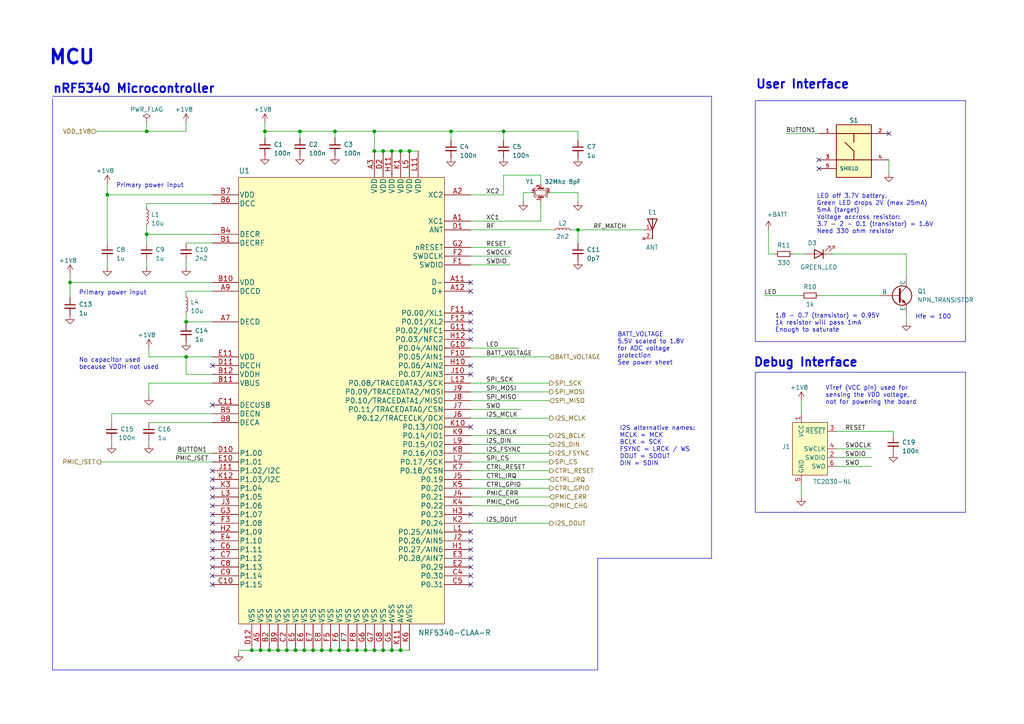
<source format=kicad_sch>
(kicad_sch (version 20231120) (generator "eeschema") (generator_version "8.0")
  (paper "A4")
  (title_block (title "Microcontroller") (date "2023-04-03") (rev "0.1") (company "Yote"))
  (lib_symbols
    (symbol "2450AT18B100E:2450AT18B100E" (pin_names (offset 1.016))
      (property "Reference" "E" (at 2.0344 0.7629 0))
      (property "Value" "2450AT18B100E" (at 2.1628 -1.0178 0))
      (symbol "2450AT18B100E_0_0"
        (polyline (pts (xy -1.397 3.175) (xy 0 3.175)) (stroke (width 0.254)))
        (polyline (pts (xy 0 0) (xy -1.397 3.175)) (stroke (width 0.254)))
        (polyline (pts (xy 0 0) (xy 0 -2.54)) (stroke (width 0.254)))
        (polyline (pts (xy 0 3.175) (xy 0 0)) (stroke (width 0.254)))
        (polyline (pts (xy 0 3.175) (xy 1.397 3.175)) (stroke (width 0.254)))
        (polyline (pts (xy 1.397 3.175) (xy 0 0)) (stroke (width 0.254)))
        (pin passive line (at -2.54 0 0) (length 2.54) (name "~") (number "1"))
        (pin no_connect line (at -2.54 -2.54 0) (length 2.54) (name "~") (number "2"))
      )
    )
    (symbol "Connector:Conn_ARM_SWD_TagConnect_TC2030-NL" (in_bom no)
      (property "Reference" "J" (at 2.54 11.43 0))
      (property "Value" "Conn_ARM_SWD_TagConnect_TC2030-NL" (at 2.54 8.89 0))
      (symbol "Conn_ARM_SWD_TagConnect_TC2030-NL_0_0"
        (pin power_in line (at -2.54 10.16 270) (length 2.54) (name "VCC") (number "1"))
        (pin bidirectional line (at 7.62 -2.54 180) (length 2.54) (name "SWDIO") (number "2"))
        (pin open_collector line (at 7.62 5.08 180) (length 2.54) (name "~{RESET}") (number "3"))
        (pin output line (at 7.62 0 180) (length 2.54) (name "SWCLK") (number "4"))
        (pin power_in line (at -2.54 -10.16 90) (length 2.54) (name "GND") (number "5"))
        (pin input line (at 7.62 -5.08 180) (length 2.54) (name "SWO") (number "6"))
      )
      (symbol "Conn_ARM_SWD_TagConnect_TC2030-NL_0_1"
        (rectangle (start -5.08 7.62) (end 5.08 -7.62) (fill (type background)))
      )
    )
    (symbol "Device:C_Small" (pin_numbers hide) (pin_names (offset 0.254) hide)
      (property "Reference" "C" (at 0.254 1.778 0))
      (property "Value" "C_Small" (at 0.254 -2.032 0))
      (symbol "C_Small_0_1"
        (polyline (pts (xy -1.524 -0.508) (xy 1.524 -0.508)) (stroke (width 0.3302)))
        (polyline (pts (xy -1.524 0.508) (xy 1.524 0.508)) (stroke (width 0.3048)))
      )
      (symbol "C_Small_1_1"
        (pin passive line (at 0 2.54 270) (length 2.032) (name "~") (number "1"))
        (pin passive line (at 0 -2.54 90) (length 2.032) (name "~") (number "2"))
      )
    )
    (symbol "Device:Crystal_GND24_Small" (pin_names (offset 1.016) hide)
      (property "Reference" "Y" (at 1.27 4.445 0))
      (property "Value" "Crystal_GND24_Small" (at 1.27 2.54 0))
      (symbol "Crystal_GND24_Small_0_1"
        (rectangle (start -0.762 -1.524) (end 0.762 1.524))
        (polyline (pts (xy -1.27 -0.762) (xy -1.27 0.762)) (stroke (width 0.381)))
        (polyline (pts (xy 1.27 -0.762) (xy 1.27 0.762)) (stroke (width 0.381)))
        (polyline (pts (xy -1.27 -1.27) (xy -1.27 -1.905) (xy 1.27 -1.905) (xy 1.27 -1.27)))
        (polyline (pts (xy -1.27 1.27) (xy -1.27 1.905) (xy 1.27 1.905) (xy 1.27 1.27)))
      )
      (symbol "Crystal_GND24_Small_1_1"
        (pin passive line (at -2.54 0 0) (length 1.27) (name "1") (number "1"))
        (pin passive line (at 0 -2.54 90) (length 0.635) (name "2") (number "2"))
        (pin passive line (at 2.54 0 180) (length 1.27) (name "3") (number "3"))
        (pin passive line (at 0 2.54 270) (length 0.635) (name "4") (number "4"))
      )
    )
    (symbol "Device:LED" (pin_numbers hide) (pin_names (offset 1.016) hide)
      (property "Reference" "D" (at 0 2.54 0))
      (property "Value" "LED" (at 0 -2.54 0))
      (symbol "LED_0_1"
        (polyline (pts (xy -1.27 -1.27) (xy -1.27 1.27)) (stroke (width 0.254)))
        (polyline (pts (xy -1.27 0) (xy 1.27 0)))
        (polyline (pts (xy 1.27 -1.27) (xy 1.27 1.27) (xy -1.27 0) (xy 1.27 -1.27)) (stroke (width 0.254)))
        (polyline (pts (xy -3.048 -0.762) (xy -4.572 -2.286) (xy -3.81 -2.286) (xy -4.572 -2.286) (xy -4.572 -1.524)))
        (polyline (pts (xy -1.778 -0.762) (xy -3.302 -2.286) (xy -2.54 -2.286) (xy -3.302 -2.286) (xy -3.302 -1.524)))
      )
      (symbol "LED_1_1"
        (pin passive line (at -3.81 0 0) (length 2.54) (name "K") (number "1"))
        (pin passive line (at 3.81 0 180) (length 2.54) (name "A") (number "2"))
      )
    )
    (symbol "Device:L_Small" (pin_numbers hide) (pin_names (offset 0.254) hide)
      (property "Reference" "L" (at 0.762 1.016 0))
      (property "Value" "L_Small" (at 0.762 -1.016 0))
      (symbol "L_Small_0_1"
        (arc (start 0 -2.032) (mid 0.5058 -1.524) (end 0 -1.016))
        (arc (start 0 -1.016) (mid 0.5058 -0.508) (end 0 0))
        (arc (start 0 0) (mid 0.5058 0.508) (end 0 1.016))
        (arc (start 0 1.016) (mid 0.5058 1.524) (end 0 2.032))
      )
      (symbol "L_Small_1_1"
        (pin passive line (at 0 2.54 270) (length 0.508) (name "~") (number "1"))
        (pin passive line (at 0 -2.54 90) (length 0.508) (name "~") (number "2"))
      )
    )
    (symbol "Device:R_Small" (pin_numbers hide) (pin_names (offset 0.254) hide)
      (property "Reference" "R" (at 0.762 0.508 0))
      (property "Value" "R_Small" (at 0.762 -1.016 0))
      (symbol "R_Small_0_1"
        (rectangle (start -0.762 1.778) (end 0.762 -1.778) (stroke (width 0.2032)))
      )
      (symbol "R_Small_1_1"
        (pin passive line (at 0 2.54 270) (length 0.762) (name "~") (number "1"))
        (pin passive line (at 0 -2.54 90) (length 0.762) (name "~") (number "2"))
      )
    )
    (symbol "MCU_Nordic_Custom:NRF5340-CLAA-R" (pin_names (offset 0.254))
      (property "Reference" "U" (at -29.21 66.04 0))
      (property "Value" "NRF5340-CLAA-R" (at 33.02 -69.85 0))
      (symbol "NRF5340-CLAA-R_1_1"
        (rectangle (start -30.48 63.5) (end 29.21 -66.04) (fill (type background)))
        (pin input line (at 36.83 50.8 180) (length 7.62) (name "XC1") (number "A1"))
        (pin bidirectional line (at 36.83 33.02 180) (length 7.62) (name "D-") (number "A11"))
        (pin bidirectional line (at 36.83 30.48 180) (length 7.62) (name "D+") (number "A12"))
        (pin input line (at 36.83 58.42 180) (length 7.62) (name "XC2") (number "A2"))
        (pin power_in line (at 8.89 71.12 270) (length 7.62) (name "VDD") (number "A3"))
        (pin power_in line (at -24.13 -73.66 90) (length 7.62) (name "VSS") (number "A5"))
        (pin power_out line (at -38.1 21.59 0) (length 7.62) (name "DECD") (number "A7"))
        (pin power_out line (at -38.1 30.48 0) (length 7.62) (name "DCCD") (number "A9"))
        (pin power_out line (at -38.1 44.45 0) (length 7.62) (name "DECRF") (number "B1"))
        (pin power_in line (at -38.1 33.02 0) (length 7.62) (name "VDD") (number "B10"))
        (pin power_in line (at -38.1 3.81 0) (length 7.62) (name "VBUS") (number "B11"))
        (pin power_in line (at -38.1 6.35 0) (length 7.62) (name "VDDH") (number "B12"))
        (pin power_in line (at -21.59 -73.66 90) (length 7.62) (name "VSS") (number "B2"))
        (pin power_out line (at -38.1 46.99 0) (length 7.62) (name "DECR") (number "B4"))
        (pin power_out line (at -38.1 -5.08 0) (length 7.62) (name "DECN") (number "B5"))
        (pin power_out line (at -38.1 55.88 0) (length 7.62) (name "DCC") (number "B6"))
        (pin power_in line (at -38.1 58.42 0) (length 7.62) (name "VDD") (number "B7"))
        (pin power_out line (at -38.1 -7.62 0) (length 7.62) (name "DECA") (number "B8"))
        (pin power_in line (at -19.05 -73.66 90) (length 7.62) (name "VSS") (number "B9"))
        (pin bidirectional line (at -38.1 -54.61 0) (length 7.62) (name "P1.15") (number "C10"))
        (pin power_out line (at -38.1 -2.54 0) (length 7.62) (name "DECUSB") (number "C11"))
        (pin power_in line (at -16.51 -73.66 90) (length 7.62) (name "VSS") (number "C2"))
        (pin bidirectional line (at 36.83 -52.07 180) (length 7.62) (name "P0.30") (number "C4"))
        (pin bidirectional line (at 36.83 -54.61 180) (length 7.62) (name "P0.31") (number "C5"))
        (pin bidirectional line (at -38.1 -44.45 0) (length 7.62) (name "P1.11") (number "C6"))
        (pin bidirectional line (at -38.1 -46.99 0) (length 7.62) (name "P1.12") (number "C7"))
        (pin bidirectional line (at -38.1 -49.53 0) (length 7.62) (name "P1.13") (number "C8"))
        (pin bidirectional line (at -38.1 -52.07 0) (length 7.62) (name "P1.14") (number "C9"))
        (pin passive line (at 36.83 48.26 180) (length 7.62) (name "ANT") (number "D1"))
        (pin bidirectional line (at -38.1 -16.51 0) (length 7.62) (name "P1.00") (number "D10"))
        (pin power_out line (at -38.1 8.89 0) (length 7.62) (name "DCCH") (number "D11"))
        (pin power_in line (at -26.67 -73.66 90) (length 7.62) (name "VSS") (number "D12"))
        (pin power_in line (at 11.43 71.12 270) (length 7.62) (name "VDD") (number "D2"))
        (pin bidirectional line (at -38.1 -19.05 0) (length 7.62) (name "P1.01") (number "E10"))
        (pin power_in line (at -38.1 11.43 0) (length 7.62) (name "VDD") (number "E11"))
        (pin bidirectional line (at 36.83 -49.53 180) (length 7.62) (name "P0.29") (number "E2"))
        (pin bidirectional line (at 36.83 -46.99 180) (length 7.62) (name "P0.28/AIN7") (number "E3"))
        (pin bidirectional line (at -38.1 -41.91 0) (length 7.62) (name "P1.10") (number "E4"))
        (pin power_in line (at -13.97 -73.66 90) (length 7.62) (name "VSS") (number "E5"))
        (pin power_in line (at -11.43 -73.66 90) (length 7.62) (name "VSS") (number "E6"))
        (pin power_in line (at -8.89 -73.66 90) (length 7.62) (name "VSS") (number "E7"))
        (pin power_in line (at -6.35 -73.66 90) (length 7.62) (name "VSS") (number "E8"))
        (pin bidirectional line (at 36.83 38.1 180) (length 7.62) (name "SWDIO") (number "F1"))
        (pin bidirectional line (at 36.83 11.43 180) (length 7.62) (name "P0.05/AIN1") (number "F10"))
        (pin bidirectional line (at 36.83 24.13 180) (length 7.62) (name "P0.00/XL1") (number "F11"))
        (pin bidirectional line (at 36.83 21.59 180) (length 7.62) (name "P0.01/XL2") (number "F12"))
        (pin input line (at 36.83 40.64 180) (length 7.62) (name "SWDCLK") (number "F2"))
        (pin bidirectional line (at -38.1 -36.83 0) (length 7.62) (name "P1.08") (number "F3"))
        (pin power_in line (at -3.81 -73.66 90) (length 7.62) (name "VSS") (number "F5"))
        (pin power_in line (at -1.27 -73.66 90) (length 7.62) (name "VSS") (number "F6"))
        (pin power_in line (at 1.27 -73.66 90) (length 7.62) (name "VSS") (number "F7"))
        (pin power_in line (at 3.81 -73.66 90) (length 7.62) (name "VSS") (number "F8"))
        (pin bidirectional line (at 36.83 13.97 180) (length 7.62) (name "P0.04/AIN0") (number "G10"))
        (pin bidirectional line (at 36.83 19.05 180) (length 7.62) (name "P0.02/NFC1") (number "G11"))
        (pin bidirectional line (at 36.83 43.18 180) (length 7.62) (name "nRESET") (number "G2"))
        (pin bidirectional line (at -38.1 -34.29 0) (length 7.62) (name "P1.07") (number "G3"))
        (pin power_in line (at 13.97 -73.66 90) (length 7.62) (name "AVSS") (number "G5"))
        (pin power_in line (at 6.35 -73.66 90) (length 7.62) (name "VSS") (number "G6"))
        (pin power_in line (at 8.89 -73.66 90) (length 7.62) (name "VSS") (number "G7"))
        (pin power_in line (at 11.43 -73.66 90) (length 7.62) (name "VSS") (number "G8"))
        (pin bidirectional line (at 36.83 -44.45 180) (length 7.62) (name "P0.27/AIN6") (number "H1"))
        (pin bidirectional line (at 36.83 8.89 180) (length 7.62) (name "P0.06/AIN2") (number "H10"))
        (pin power_in line (at 13.97 71.12 270) (length 7.62) (name "VDD") (number "H11"))
        (pin bidirectional line (at 36.83 16.51 180) (length 7.62) (name "P0.03/NFC2") (number "H12"))
        (pin bidirectional line (at -38.1 -39.37 0) (length 7.62) (name "P1.09") (number "H2"))
        (pin bidirectional line (at 36.83 -34.29 180) (length 7.62) (name "P0.23") (number "H3"))
        (pin bidirectional line (at 36.83 6.35 180) (length 7.62) (name "P0.07/AIN3") (number "J10"))
        (pin bidirectional line (at -38.1 -21.59 0) (length 7.62) (name "P1.02/I2C") (number "J11"))
        (pin bidirectional line (at 36.83 -41.91 180) (length 7.62) (name "P0.26/AIN5") (number "J2"))
        (pin bidirectional line (at -38.1 -31.75 0) (length 7.62) (name "P1.06") (number "J3"))
        (pin bidirectional line (at 36.83 -29.21 180) (length 7.62) (name "P0.21") (number "J4"))
        (pin bidirectional line (at 36.83 -24.13 180) (length 7.62) (name "P0.19") (number "J5"))
        (pin bidirectional line (at 36.83 -6.35 180) (length 7.62) (name "P0.12/TRACECLK/DCX") (number "J6"))
        (pin bidirectional line (at 36.83 -3.81 180) (length 7.62) (name "P0.11/TRACEDATA0/CSN") (number "J7"))
        (pin bidirectional line (at 36.83 -1.27 180) (length 7.62) (name "P0.10/TRACEDATA1/MISO") (number "J8"))
        (pin bidirectional line (at 36.83 1.27 180) (length 7.62) (name "P0.09/TRACEDATA2/MOSI") (number "J9"))
        (pin power_in line (at 16.51 71.12 270) (length 7.62) (name "VDD") (number "K1"))
        (pin bidirectional line (at 36.83 -8.89 180) (length 7.62) (name "P0.13/IO0") (number "K10"))
        (pin power_in line (at 16.51 -73.66 90) (length 7.62) (name "AVSS") (number "K11"))
        (pin bidirectional line (at -38.1 -24.13 0) (length 7.62) (name "P1.03/I2C") (number "K12"))
        (pin bidirectional line (at 36.83 -36.83 180) (length 7.62) (name "P0.24") (number "K2"))
        (pin bidirectional line (at -38.1 -26.67 0) (length 7.62) (name "P1.04") (number "K3"))
        (pin bidirectional line (at 36.83 -31.75 180) (length 7.62) (name "P0.22") (number "K4"))
        (pin bidirectional line (at 36.83 -26.67 180) (length 7.62) (name "P0.20") (number "K5"))
        (pin power_in line (at 19.05 -73.66 90) (length 7.62) (name "AVSS") (number "K6"))
        (pin bidirectional line (at 36.83 -21.59 180) (length 7.62) (name "P0.18/CSN") (number "K7"))
        (pin bidirectional line (at 36.83 -16.51 180) (length 7.62) (name "P0.16/IO3") (number "K8"))
        (pin bidirectional line (at 36.83 -11.43 180) (length 7.62) (name "P0.14/IO1") (number "K9"))
        (pin bidirectional line (at 36.83 -39.37 180) (length 7.62) (name "P0.25/AIN4") (number "L1"))
        (pin power_in line (at 21.59 71.12 270) (length 7.62) (name "VDD") (number "L11"))
        (pin bidirectional line (at 36.83 3.81 180) (length 7.62) (name "P0.08/TRACEDATA3/SCK") (number "L12"))
        (pin bidirectional line (at -38.1 -29.21 0) (length 7.62) (name "P1.05") (number "L3"))
        (pin power_in line (at 19.05 71.12 270) (length 7.62) (name "VDD") (number "L5"))
        (pin bidirectional line (at 36.83 -19.05 180) (length 7.62) (name "P0.17/SCK") (number "L7"))
        (pin bidirectional line (at 36.83 -13.97 180) (length 7.62) (name "P0.15/IO2") (number "L9"))
      )
    )
    (symbol "Simulation_SPICE:NPN" (pin_numbers hide) (pin_names (offset 0))
      (property "Reference" "Q" (at -2.54 7.62 0))
      (property "Value" "NPN" (at -2.54 5.08 0))
      (symbol "NPN_0_1"
        (polyline (pts (xy -2.54 0) (xy 0.635 0)) (stroke (width 0.1524)))
        (polyline (pts (xy 0.635 0.635) (xy 2.54 2.54)))
        (polyline (pts (xy 2.794 -1.27) (xy 2.794 -1.27)) (stroke (width 0.1524)))
        (polyline (pts (xy 2.794 -1.27) (xy 2.794 -1.27)) (stroke (width 0.1524)))
        (polyline (pts (xy 0.635 -0.635) (xy 2.54 -2.54) (xy 2.54 -2.54)))
        (polyline (pts (xy 0.635 1.905) (xy 0.635 -1.905) (xy 0.635 -1.905)) (stroke (width 0.508)))
        (polyline (pts (xy 1.27 -1.778) (xy 1.778 -1.27) (xy 2.286 -2.286) (xy 1.27 -1.778) (xy 1.27 -1.778)) (fill (type outline)))
        (circle (center 1.27 0) (radius 2.8194) (stroke (width 0.254)))
      )
      (symbol "NPN_1_1"
        (pin open_collector line (at 2.54 5.08 270) (length 2.54) (name "C") (number "1"))
        (pin input line (at -5.08 0 0) (length 2.54) (name "B") (number "2"))
        (pin open_emitter line (at 2.54 -5.08 90) (length 2.54) (name "E") (number "3"))
      )
    )
    (symbol "Switch_Custom:PTS840_GM_SMTR_LFS" (pin_names (offset 1.016))
      (property "Reference" "S" (at -5.0859 8.1375 0))
      (property "Value" "PTS840_GM_SMTR_LFS" (at -5.1026 -10.2053 0))
      (symbol "PTS840_GM_SMTR_LFS_0_0"
        (rectangle (start -5.08 -7.62) (end 5.08 7.62) (stroke (width 0.254)) (fill (type background)))
        (polyline (pts (xy -5.08 -2.54) (xy 0 -2.54)) (stroke (width 0.254)))
        (polyline (pts (xy -5.08 5.08) (xy 0 5.08)) (stroke (width 0.254)))
        (polyline (pts (xy 0 -2.54) (xy 0 0)) (stroke (width 0.254)))
        (polyline (pts (xy 0 -2.54) (xy 5.08 -2.54)) (stroke (width 0.254)))
        (polyline (pts (xy 0 0) (xy -2.54 2.54)) (stroke (width 0.254)))
        (polyline (pts (xy 0 5.08) (xy 0 2.54)) (stroke (width 0.254)))
        (polyline (pts (xy 0 5.08) (xy 5.08 5.08)) (stroke (width 0.254)))
        (pin passive line (at -10.16 5.08 0) (length 5.08) (name "~") (number "1"))
        (pin passive line (at 10.16 5.08 180) (length 5.08) (name "~") (number "2"))
        (pin passive line (at -10.16 -2.54 0) (length 5.08) (name "~") (number "3"))
        (pin passive line (at 10.16 -2.54 180) (length 5.08) (name "~") (number "4"))
        (pin passive line (at -10.16 -5.08 0) (length 5.08) (name "SHIELD") (number "5"))
      )
    )
    (symbol "power:+1V8" (power) (pin_names (offset 0))
      (property "Value" "+1V8" (at 0 3.556 0))
      (symbol "+1V8_0_1"
        (polyline (pts (xy -0.762 1.27) (xy 0 2.54)))
        (polyline (pts (xy 0 0) (xy 0 2.54)))
        (polyline (pts (xy 0 2.54) (xy 0.762 1.27)))
      )
      (symbol "+1V8_1_1"
        (pin power_in line (at 0 0 90) (length 0) hide (name "+1V8") (number "1"))
      )
    )
    (symbol "power:+BATT" (power) (pin_names (offset 0))
      (property "Value" "+BATT" (at 0 3.556 0))
      (symbol "+BATT_0_1"
        (polyline (pts (xy -0.762 1.27) (xy 0 2.54)))
        (polyline (pts (xy 0 0) (xy 0 2.54)))
        (polyline (pts (xy 0 2.54) (xy 0.762 1.27)))
      )
      (symbol "+BATT_1_1"
        (pin power_in line (at 0 0 90) (length 0) hide (name "+BATT") (number "1"))
      )
    )
    (symbol "power:GND" (power) (pin_names (offset 0))
      (property "Value" "GND" (at 0 -3.81 0))
      (symbol "GND_0_1"
        (polyline (pts (xy 0 0) (xy 0 -1.27) (xy 1.27 -1.27) (xy 0 -2.54) (xy -1.27 -1.27) (xy 0 -1.27)))
      )
      (symbol "GND_1_1"
        (pin power_in line (at 0 0 270) (length 0) hide (name "GND") (number "1"))
      )
    )
    (symbol "power:PWR_FLAG" (power) (pin_numbers hide) (pin_names (offset 0) hide)
      (property "Value" "PWR_FLAG" (at 0 3.81 0))
      (symbol "PWR_FLAG_0_0"
        (pin power_out line (at 0 0 90) (length 0) (name "pwr") (number "1"))
      )
      (symbol "PWR_FLAG_0_1"
        (polyline (pts (xy 0 0) (xy 0 1.27) (xy -1.016 1.905) (xy 0 2.54) (xy 1.016 1.905) (xy 0 1.27)))
      )
    )
  )
  (junction (at 108.585 38.1))
  (junction (at 118.745 43.815))
  (junction (at 97.155 38.1))
  (junction (at 42.545 67.945))
  (junction (at 111.125 188.595))
  (junction (at 116.205 43.815))
  (junction (at 53.975 93.345))
  (junction (at 76.835 38.1))
  (junction (at 130.81 38.1))
  (junction (at 111.125 43.815))
  (junction (at 80.645 188.595))
  (junction (at 100.965 188.595))
  (junction (at 98.425 188.595))
  (junction (at 103.505 188.595))
  (junction (at 113.665 43.815))
  (junction (at 108.585 188.595))
  (junction (at 113.665 188.595))
  (junction (at 86.995 38.1))
  (junction (at 85.725 188.595))
  (junction (at 95.885 188.595))
  (junction (at 88.265 188.595))
  (junction (at 93.345 188.595))
  (junction (at 106.045 188.595))
  (junction (at 78.105 188.595))
  (junction (at 116.205 188.595))
  (junction (at 73.025 188.595))
  (junction (at 53.975 103.505))
  (junction (at 90.805 188.595))
  (junction (at 83.185 188.595))
  (junction (at 167.64 66.675))
  (junction (at 42.545 38.1))
  (junction (at 31.115 56.515))
  (junction (at 146.05 38.1))
  (junction (at 75.565 188.595))
  (junction (at 20.32 81.915))
  (junction (at 108.585 43.815))
  (no_connect (at 61.595 106.045))
  (no_connect (at 136.525 169.545))
  (no_connect (at 237.49 46.355))
  (no_connect (at 257.81 38.735))
  (no_connect (at 136.525 154.305))
  (no_connect (at 61.595 149.225))
  (no_connect (at 61.595 159.385))
  (no_connect (at 136.525 167.005))
  (no_connect (at 61.595 146.685))
  (no_connect (at 136.525 108.585))
  (no_connect (at 61.595 167.005))
  (no_connect (at 136.525 164.465))
  (no_connect (at 61.595 117.475))
  (no_connect (at 61.595 136.525))
  (no_connect (at 61.595 141.605))
  (no_connect (at 136.525 106.045))
  (no_connect (at 136.525 123.825))
  (no_connect (at 61.595 161.925))
  (no_connect (at 61.595 169.545))
  (no_connect (at 136.525 95.885))
  (no_connect (at 61.595 164.465))
  (no_connect (at 136.525 98.425))
  (no_connect (at 136.525 81.915))
  (no_connect (at 136.525 156.845))
  (no_connect (at 136.525 90.805))
  (no_connect (at 61.595 144.145))
  (no_connect (at 61.595 156.845))
  (no_connect (at 136.525 149.225))
  (no_connect (at 136.525 84.455))
  (no_connect (at 136.525 159.385))
  (no_connect (at 61.595 139.065))
  (no_connect (at 136.525 161.925))
  (no_connect (at 136.525 93.345))
  (no_connect (at 237.49 48.895))
  (no_connect (at 61.595 154.305))
  (no_connect (at 61.595 151.765))
  (wire (pts (xy 136.525 126.365) (xy 159.385 126.365)))
  (wire (pts (xy 167.64 40.64) (xy 167.64 38.1)))
  (wire (pts (xy 237.49 85.725) (xy 255.27 85.725)))
  (wire (pts (xy 61.595 108.585) (xy 53.975 108.585)))
  (wire (pts (xy 146.05 38.1) (xy 167.64 38.1)))
  (polyline (pts (xy 206.375 145.415) (xy 206.375 27.94)))
  (wire (pts (xy 53.975 70.485) (xy 61.595 70.485)))
  (wire (pts (xy 97.155 38.1) (xy 108.585 38.1)))
  (wire (pts (xy 156.845 50.8) (xy 156.845 53.34)))
  (wire (pts (xy 106.045 188.595) (xy 108.585 188.595)))
  (wire (pts (xy 118.745 43.815) (xy 121.285 43.815)))
  (wire (pts (xy 43.18 122.555) (xy 61.595 122.555)))
  (wire (pts (xy 136.525 139.065) (xy 159.385 139.065)))
  (wire (pts (xy 20.32 79.375) (xy 20.32 81.915)))
  (wire (pts (xy 53.975 84.455) (xy 53.975 85.725)))
  (wire (pts (xy 222.885 66.675) (xy 222.885 73.66)))
  (wire (pts (xy 242.57 130.175) (xy 252.73 130.175)))
  (wire (pts (xy 61.595 84.455) (xy 53.975 84.455)))
  (wire (pts (xy 136.525 151.765) (xy 159.385 151.765)))
  (polyline (pts (xy 219.075 107.95) (xy 219.075 148.59)))
  (wire (pts (xy 20.32 81.915) (xy 20.32 86.36)))
  (wire (pts (xy 29.21 133.985) (xy 61.595 133.985)))
  (wire (pts (xy 95.885 188.595) (xy 98.425 188.595)))
  (wire (pts (xy 146.05 38.1) (xy 146.05 40.64)))
  (wire (pts (xy 136.525 128.905) (xy 159.385 128.905)))
  (wire (pts (xy 76.835 40.005) (xy 76.835 38.1)))
  (wire (pts (xy 227.965 38.735) (xy 237.49 38.735)))
  (wire (pts (xy 136.525 121.285) (xy 159.385 121.285)))
  (polyline (pts (xy 280.035 107.95) (xy 280.035 148.59)))
  (wire (pts (xy 53.975 35.56) (xy 53.975 38.1)))
  (polyline (pts (xy 206.375 161.925) (xy 206.375 145.415)))
  (wire (pts (xy 73.025 188.595) (xy 75.565 188.595)))
  (wire (pts (xy 136.525 74.295) (xy 147.955 74.295)))
  (polyline (pts (xy 219.075 29.21) (xy 280.035 29.21)))
  (wire (pts (xy 75.565 188.595) (xy 78.105 188.595)))
  (wire (pts (xy 136.525 144.145) (xy 159.385 144.145)))
  (polyline (pts (xy 219.075 29.21) (xy 219.075 99.06)))
  (wire (pts (xy 136.525 136.525) (xy 159.385 136.525)))
  (wire (pts (xy 73.025 188.595) (xy 69.215 188.595)))
  (wire (pts (xy 136.525 141.605) (xy 159.385 141.605)))
  (polyline (pts (xy 280.035 148.59) (xy 219.075 148.59)))
  (wire (pts (xy 43.18 111.125) (xy 43.18 114.935)))
  (wire (pts (xy 262.89 90.805) (xy 262.89 93.345)))
  (wire (pts (xy 61.595 120.015) (xy 32.385 120.015)))
  (wire (pts (xy 108.585 38.1) (xy 108.585 43.815)))
  (wire (pts (xy 136.525 118.745) (xy 151.13 118.745)))
  (wire (pts (xy 51.435 131.445) (xy 61.595 131.445)))
  (wire (pts (xy 31.115 75.565) (xy 31.115 77.47)))
  (wire (pts (xy 136.525 100.965) (xy 150.495 100.965)))
  (wire (pts (xy 42.545 35.56) (xy 42.545 38.1)))
  (wire (pts (xy 229.87 73.66) (xy 233.68 73.66)))
  (wire (pts (xy 241.3 73.66) (xy 262.89 73.66)))
  (wire (pts (xy 80.645 188.595) (xy 83.185 188.595)))
  (wire (pts (xy 257.81 46.355) (xy 257.81 50.165)))
  (wire (pts (xy 113.665 188.595) (xy 116.205 188.595)))
  (wire (pts (xy 146.05 56.515) (xy 146.05 50.8)))
  (wire (pts (xy 27.94 38.1) (xy 42.545 38.1)))
  (wire (pts (xy 31.115 56.515) (xy 31.115 70.485)))
  (wire (pts (xy 53.975 108.585) (xy 53.975 103.505)))
  (wire (pts (xy 98.425 188.595) (xy 100.965 188.595)))
  (wire (pts (xy 97.155 38.1) (xy 97.155 40.005)))
  (polyline (pts (xy 15.24 28.575) (xy 15.24 194.31)))
  (wire (pts (xy 61.595 103.505) (xy 53.975 103.505)))
  (wire (pts (xy 61.595 111.125) (xy 43.18 111.125)))
  (polyline (pts (xy 219.075 107.95) (xy 280.035 107.95)))
  (wire (pts (xy 42.545 67.945) (xy 61.595 67.945)))
  (wire (pts (xy 136.525 76.835) (xy 147.955 76.835)))
  (wire (pts (xy 116.205 43.815) (xy 118.745 43.815)))
  (wire (pts (xy 53.975 38.1) (xy 42.545 38.1)))
  (wire (pts (xy 86.995 38.1) (xy 86.995 40.005)))
  (polyline (pts (xy 196.85 161.925) (xy 206.375 161.925)))
  (wire (pts (xy 130.81 38.1) (xy 146.05 38.1)))
  (wire (pts (xy 97.155 38.1) (xy 86.995 38.1)))
  (wire (pts (xy 151.765 55.88) (xy 151.765 58.42)))
  (wire (pts (xy 78.105 188.595) (xy 80.645 188.595)))
  (wire (pts (xy 85.725 188.595) (xy 88.265 188.595)))
  (wire (pts (xy 42.545 65.405) (xy 42.545 67.945)))
  (wire (pts (xy 146.05 50.8) (xy 156.845 50.8)))
  (wire (pts (xy 111.125 188.595) (xy 113.665 188.595)))
  (polyline (pts (xy 173.355 161.925) (xy 196.85 161.925)))
  (polyline (pts (xy 173.355 194.31) (xy 173.355 161.925)))
  (wire (pts (xy 136.525 56.515) (xy 146.05 56.515)))
  (wire (pts (xy 42.545 75.565) (xy 42.545 77.47)))
  (wire (pts (xy 76.835 35.56) (xy 76.835 38.1)))
  (wire (pts (xy 116.205 188.595) (xy 118.745 188.595)))
  (wire (pts (xy 136.525 103.505) (xy 159.385 103.505)))
  (wire (pts (xy 61.595 81.915) (xy 20.32 81.915)))
  (wire (pts (xy 167.64 55.88) (xy 167.64 58.42)))
  (wire (pts (xy 93.345 188.595) (xy 95.885 188.595)))
  (wire (pts (xy 69.215 188.595) (xy 69.215 189.23)))
  (wire (pts (xy 136.525 131.445) (xy 159.385 131.445)))
  (wire (pts (xy 136.525 133.985) (xy 159.385 133.985)))
  (wire (pts (xy 53.975 75.565) (xy 53.975 77.47)))
  (wire (pts (xy 232.41 140.335) (xy 232.41 144.145)))
  (wire (pts (xy 32.385 120.015) (xy 32.385 122.555)))
  (wire (pts (xy 167.64 66.675) (xy 165.735 66.675)))
  (wire (pts (xy 108.585 43.815) (xy 111.125 43.815)))
  (wire (pts (xy 53.975 90.805) (xy 53.975 93.345)))
  (wire (pts (xy 167.64 70.485) (xy 167.64 66.675)))
  (wire (pts (xy 103.505 188.595) (xy 106.045 188.595)))
  (wire (pts (xy 43.18 128.905) (xy 43.18 127.635)))
  (wire (pts (xy 53.975 93.98) (xy 53.975 93.345)))
  (wire (pts (xy 156.845 58.42) (xy 156.845 64.135)))
  (wire (pts (xy 32.385 128.905) (xy 32.385 127.635)))
  (wire (pts (xy 42.545 67.945) (xy 42.545 70.485)))
  (wire (pts (xy 88.265 188.595) (xy 90.805 188.595)))
  (wire (pts (xy 61.595 93.345) (xy 53.975 93.345)))
  (wire (pts (xy 111.125 43.815) (xy 113.665 43.815)))
  (wire (pts (xy 136.525 66.675) (xy 160.655 66.675)))
  (wire (pts (xy 242.57 125.095) (xy 259.08 125.095)))
  (wire (pts (xy 159.385 55.88) (xy 167.64 55.88)))
  (wire (pts (xy 262.89 73.66) (xy 262.89 80.645)))
  (polyline (pts (xy 280.035 99.06) (xy 219.075 99.06)))
  (polyline (pts (xy 280.035 29.21) (xy 280.035 99.06)))
  (wire (pts (xy 130.81 38.1) (xy 130.81 40.64)))
  (wire (pts (xy 90.805 188.595) (xy 93.345 188.595)))
  (wire (pts (xy 61.595 56.515) (xy 31.115 56.515)))
  (wire (pts (xy 136.525 116.205) (xy 159.385 116.205)))
  (wire (pts (xy 232.41 120.015) (xy 232.41 116.205)))
  (wire (pts (xy 83.185 188.595) (xy 85.725 188.595)))
  (wire (pts (xy 76.835 38.1) (xy 86.995 38.1)))
  (wire (pts (xy 154.305 55.88) (xy 151.765 55.88)))
  (wire (pts (xy 108.585 38.1) (xy 130.81 38.1)))
  (wire (pts (xy 108.585 188.595) (xy 111.125 188.595)))
  (wire (pts (xy 259.08 125.095) (xy 259.08 126.365)))
  (wire (pts (xy 221.615 85.725) (xy 232.41 85.725)))
  (wire (pts (xy 61.595 59.055) (xy 42.545 59.055)))
  (wire (pts (xy 167.64 66.675) (xy 186.69 66.675)))
  (wire (pts (xy 136.525 111.125) (xy 159.385 111.125)))
  (wire (pts (xy 136.525 64.135) (xy 156.845 64.135)))
  (wire (pts (xy 136.525 71.755) (xy 147.955 71.755)))
  (wire (pts (xy 136.525 113.665) (xy 159.385 113.665)))
  (wire (pts (xy 113.665 43.815) (xy 116.205 43.815)))
  (wire (pts (xy 31.115 53.34) (xy 31.115 56.515)))
  (wire (pts (xy 42.545 59.055) (xy 42.545 60.325)))
  (wire (pts (xy 242.57 135.255) (xy 252.73 135.255)))
  (wire (pts (xy 53.975 103.505) (xy 43.18 103.505)))
  (wire (pts (xy 100.965 188.595) (xy 103.505 188.595)))
  (wire (pts (xy 136.525 146.685) (xy 159.385 146.685)))
  (wire (pts (xy 43.18 100.965) (xy 43.18 103.505)))
  (wire (pts (xy 242.57 132.715) (xy 252.73 132.715)))
  (polyline (pts (xy 15.24 194.31) (xy 173.355 194.31)))
  (polyline (pts (xy 15.24 27.94) (xy 206.375 27.94)))
  (wire (pts (xy 222.885 73.66) (xy 224.79 73.66)))
  (text "LED off 3.7V battery.\nGreen LED drops 2V (max 25mA) \n5mA (target)\nVoltage accross resistor:\n3.7 - 2 - 0.1 (transistor) = 1.6V\nNeed 330 ohm resistor" (at 236.855 67.945 0) (effects (font (size 1.27 1.27)) (justify left bottom)))
  (text "BATT_VOLTAGE\n5.5V scaled to 1.8V \nfor ADC voltage \nprotection\nSee power sheet" (at 179.07 106.045 0) (effects (font (size 1.27 1.27)) (justify left bottom)))
  (text "VTref (VCC pin) used for \nsensing the VDD voltage, \nnot for powering the board" (at 239.395 117.475 0) (effects (font (size 1.27 1.27)) (justify left bottom)))
  (text "1.8 - 0.7 (transistor) = 0.95V\n1k resistor will pass 1mA\nEnough to saturate" (at 224.79 96.52 0) (effects (font (size 1.27 1.27)) (justify left bottom)))
  (text "I2S alternative names:\nMCLK = MCK\nBCLK = SCK\nFSYNC = LRCK / WS\nDOUT = SDOUT\nDIN = SDIN" (at 179.705 135.255 0) (effects (font (size 1.27 1.27)) (justify left bottom)))
  (text "No capacitor used\nbecause VDDH not used" (at 22.86 107.315 0) (effects (font (size 1.27 1.27)) (justify left bottom)))
  (text "MCU" (at 13.97 19.05 0) (effects (font (size 4 4) (thickness 0.8) (bold yes)) (justify left bottom)))
  (text "Debug Interface" (at 218.44 106.68 0) (effects (font (size 2.5 2.5) (thickness 0.5) (bold yes)) (justify left bottom)))
  (text "Primary power input" (at 33.655 54.61 0) (effects (font (size 1.27 1.27)) (justify left bottom)))
  (text "Primary power input" (at 22.86 85.725 0) (effects (font (size 1.27 1.27)) (justify left bottom)))
  (text "Hfe = 100" (at 265.43 92.71 0) (effects (font (size 1.27 1.27)) (justify left bottom)))
  (text "User Interface" (at 219.075 26.035 0) (effects (font (size 2.5 2.5) (thickness 0.5) (bold yes)) (justify left bottom)))
  (text "nRF5340 Microcontroller" (at 15.24 27.305 0) (effects (font (size 2.5 2.5) (thickness 0.5) (bold yes)) (justify left bottom)))
  (label "RESET" (at 245.11 125.095 0))
  (label "PMIC_CHG" (at 140.97 146.685 0))
  (label "I2S_BCLK" (at 140.97 126.365 0))
  (label "SPI_SCK" (at 140.97 111.125 0))
  (label "SWO" (at 140.97 118.745 0))
  (label "SWDIO" (at 140.97 76.835 0))
  (label "CTRL_IRQ" (at 140.97 139.065 0))
  (label "CTRL_RESET" (at 140.97 136.525 0))
  (label "SWDCLK" (at 140.97 74.295 0))
  (label "RF" (at 140.97 66.675 0))
  (label "CTRL_GPIO" (at 140.97 141.605 0))
  (label "XC2" (at 140.97 56.515 0))
  (label "SWDIO" (at 245.11 132.715 0))
  (label "SPI_MOSI" (at 140.97 113.665 0))
  (label "I2S_DOUT" (at 140.97 151.765 0))
  (label "XC1" (at 140.97 64.135 0))
  (label "I2S_MCLK" (at 140.97 121.285 0))
  (label "RF_MATCH" (at 172.085 66.675 0))
  (label "LED" (at 140.97 100.965 0))
  (label "PMIC_ISET" (at 50.8 133.985 0))
  (label "RESET" (at 140.97 71.755 0))
  (label "I2S_DIN" (at 140.97 128.905 0))
  (label "SPI_MISO" (at 140.97 116.205 0))
  (label "BUTTON1" (at 51.435 131.445 0))
  (label "PMIC_ERR" (at 140.97 144.145 0))
  (label "SWDCLK" (at 245.11 130.175 0))
  (label "SPI_CS" (at 140.97 133.985 0))
  (label "BUTTON1" (at 227.965 38.735 0))
  (label "I2S_FSYNC" (at 140.97 131.445 0))
  (label "BATT_VOLTAGE" (at 140.97 103.505 0))
  (label "LED" (at 221.615 85.725 0))
  (label "SWO" (at 245.11 135.255 0))
  (hierarchical_label "I2S_DOUT" (shape output) (at 159.385 151.765 0))
  (hierarchical_label "PMIC_CHG" (shape input) (at 159.385 146.685 0))
  (hierarchical_label "PMIC_ISET" (shape output) (at 29.21 133.985 180))
  (hierarchical_label "BATT_VOLTAGE" (shape input) (at 159.385 103.505 0))
  (hierarchical_label "SPI_CS" (shape output) (at 159.385 133.985 0))
  (hierarchical_label "CTRL_IRQ" (shape input) (at 159.385 139.065 0))
  (hierarchical_label "I2S_MCLK" (shape output) (at 159.385 121.285 0))
  (hierarchical_label "I2S_FSYNC" (shape output) (at 159.385 131.445 0))
  (hierarchical_label "SPI_MOSI" (shape output) (at 159.385 113.665 0))
  (hierarchical_label "PMIC_ERR" (shape input) (at 159.385 144.145 0))
  (hierarchical_label "I2S_BCLK" (shape output) (at 159.385 126.365 0))
  (hierarchical_label "SPI_MISO" (shape input) (at 159.385 116.205 0))
  (hierarchical_label "CTRL_RESET" (shape output) (at 159.385 136.525 0))
  (hierarchical_label "CTRL_GPIO" (shape output) (at 159.385 141.605 0))
  (hierarchical_label "SPI_SCK" (shape output) (at 159.385 111.125 0))
  (hierarchical_label "I2S_DIN" (shape input) (at 159.385 128.905 0))
  (hierarchical_label "VDD_1V8" (shape input) (at 27.94 38.1 180))
  (symbol (lib_id "power:+1V8") (at 20.32 79.375 0) (unit 1)
    (property "Reference" "#PWR017" (effects (hide yes)))
    (property "Value" "+1V8" (at 19.685 75.565 0))
  )
  (symbol (lib_id "Device:C_Small") (at 31.115 73.025 0) (unit 1)
    (property "Reference" "C8" (at 33.655 72.3963 0) (effects (justify left)))
    (property "Value" "1u" (at 33.655 74.9363 0) (effects (justify left)))
    (property "Footprint" "nrf5340:C_0402_1005Metric_Square" (effects (hide yes)))
    (property "MANUFACTURER" "Murata Electronics" (effects (hide yes)))
    (property "Mfg Part #" "GRM155R60J105KE19D" (effects (hide yes)))
    (property "Notes" "Capacitor, X5R, ±10%, 6.3V" (effects (hide yes)))
    (property "PACKAGE" "0402" (effects (hide yes)))
  )
  (symbol (lib_id "power:GND") (at 167.64 45.72 0) (unit 1)
    (property "Reference" "#PWR09" (effects (hide yes)))
    (property "Value" "GND" (effects (hide yes)))
  )
  (symbol (lib_id "power:GND") (at 31.115 77.47 0) (unit 1)
    (property "Reference" "#PWR014" (effects (hide yes)))
    (property "Value" "GND" (effects (hide yes)))
  )
  (symbol (lib_id "power:GND") (at 53.975 77.47 0) (unit 1)
    (property "Reference" "#PWR016" (effects (hide yes)))
    (property "Value" "GND" (effects (hide yes)))
  )
  (symbol (lib_id "Device:C_Small") (at 86.995 42.545 0) (unit 1)
    (property "Reference" "C2" (at 89.535 41.9163 0) (effects (justify left)))
    (property "Value" "100n" (at 89.535 44.4563 0) (effects (justify left)))
    (property "Footprint" "nrf5340:C_0201_0603Metric_Square" (effects (hide yes)))
    (property "MANUFACTURER" "Murata Electronics" (effects (hide yes)))
    (property "Mfg Part #" "GRM033R61A104KE15D" (effects (hide yes)))
    (property "Notes" "Capacitor, X5R, ±10%" (effects (hide yes)))
    (property "PACKAGE" "0201" (effects (hide yes)))
  )
  (symbol (lib_id "power:+BATT") (at 222.885 66.675 0) (unit 1)
    (property "Reference" "#PWR08" (effects (hide yes)))
    (property "Value" "+BATT" (at 225.425 62.23 0))
  )
  (symbol (lib_id "power:GND") (at 20.32 91.44 0) (unit 1)
    (property "Reference" "#PWR020" (effects (hide yes)))
    (property "Value" "GND" (effects (hide yes)))
  )
  (symbol (lib_id "power:GND") (at 86.995 45.085 0) (unit 1)
    (property "Reference" "#PWR04" (effects (hide yes)))
    (property "Value" "GND" (effects (hide yes)))
  )
  (symbol (lib_id "power:GND") (at 232.41 144.145 0) (unit 1)
    (property "Reference" "#PWR029" (effects (hide yes)))
    (property "Value" "GND" (effects (hide yes)))
  )
  (symbol (lib_id "power:GND") (at 167.64 75.565 0) (unit 1)
    (property "Reference" "#PWR012" (effects (hide yes)))
    (property "Value" "GND" (effects (hide yes)))
  )
  (symbol (lib_id "power:+1V8") (at 232.41 116.205 0) (unit 1)
    (property "Reference" "#PWR027" (effects (hide yes)))
    (property "Value" "+1V8" (at 231.775 112.395 0))
  )
  (symbol (lib_id "power:GND") (at 69.215 189.23 0) (unit 1)
    (property "Reference" "#PWR030" (effects (hide yes)))
    (property "Value" "GND" (effects (hide yes)))
  )
  (symbol (lib_id "Device:C_Small") (at 53.975 96.52 0) (unit 1)
    (property "Reference" "C14" (at 56.515 95.8913 0) (effects (justify left)))
    (property "Value" "1u" (at 56.515 98.4313 0) (effects (justify left)))
    (property "Footprint" "nrf5340:C_0402_1005Metric_Square" (effects (hide yes)))
    (property "MANUFACTURER" "Murata Electronics" (effects (hide yes)))
    (property "Mfg Part #" "GRM155R60J105KE19D" (effects (hide yes)))
    (property "Notes" "Capacitor, X5R, ±10%, 6.3V" (effects (hide yes)))
    (property "PACKAGE" "0402" (effects (hide yes)))
  )
  (symbol (lib_id "power:GND") (at 151.765 58.42 0) (unit 1)
    (property "Reference" "#PWR022" (effects (hide yes)))
    (property "Value" "GND" (effects (hide yes)))
  )
  (symbol (lib_id "2450AT18B100E:2450AT18B100E") (at 189.23 66.675 0) (unit 1)
    (property "Reference" "E1" (at 187.96 61.595 0) (effects (justify left)))
    (property "Value" "ANT" (at 187.325 71.755 0) (effects (justify left)))
    (property "Footprint" "nrf5340:2450AT18B100E" (effects (hide yes)))
    (property "MANUFACTURER" "Johanson Technology" (effects (hide yes)))
    (property "MAXIMUM_PACKAGE_HEIGHT" "1.4 mm" (effects (hide yes)))
    (property "STANDARD" "Manufacturer Recommendation" (effects (hide yes)))
    (property "PARTREV" "4.0" (effects (hide yes)))
    (property "Mfg Part #" "2450AT18B100E" (effects (hide yes)))
    (property "Notes" "2.45 GHz chip antenna" (effects (hide yes)))
    (property "PACKAGE" "SMD" (effects (hide yes)))
  )
  (symbol (lib_id "Device:C_Small") (at 43.18 125.095 0) (unit 1)
    (property "Reference" "C16" (at 45.72 124.4663 0) (effects (justify left)))
    (property "Value" "1u" (at 45.72 127.0063 0) (effects (justify left)))
    (property "Footprint" "nrf5340:C_0402_1005Metric_Square" (effects (hide yes)))
    (property "MANUFACTURER" "Murata Electronics" (effects (hide yes)))
    (property "Mfg Part #" "GRM155R60J105KE19D" (effects (hide yes)))
    (property "Notes" "Capacitor, X5R, ±10%, 6.3V" (effects (hide yes)))
    (property "PACKAGE" "0402" (effects (hide yes)))
  )
  (symbol (lib_id "Device:C_Small") (at 32.385 125.095 0) (unit 1)
    (property "Reference" "C15" (at 34.925 124.4663 0) (effects (justify left)))
    (property "Value" "100n" (at 34.29 127 0) (effects (justify left)))
    (property "Footprint" "nrf5340:C_0201_0603Metric_Square" (effects (hide yes)))
    (property "MANUFACTURER" "Murata Electronics" (effects (hide yes)))
    (property "Mfg Part #" "GRM033R61A104KE15D" (effects (hide yes)))
    (property "Notes" "Capacitor, X5R, ±10%" (effects (hide yes)))
    (property "PACKAGE" "0201" (effects (hide yes)))
  )
  (symbol (lib_id "Device:C_Small") (at 259.08 128.905 0) (unit 1)
    (property "Reference" "C19" (at 261.62 128.2763 0) (effects (justify left)))
    (property "Value" "100n" (at 261.62 130.8163 0) (effects (justify left)))
    (property "Footprint" "nrf5340:C_0201_0603Metric_Square" (effects (hide yes)))
    (property "MANUFACTURER" "Murata Electronics" (effects (hide yes)))
    (property "Mfg Part #" "GRM033R61A104KE15D" (effects (hide yes)))
    (property "Notes" "Capacitor, X5R, ±10%" (effects (hide yes)))
    (property "PACKAGE" "0201" (effects (hide yes)))
  )
  (symbol (lib_id "power:+1V8") (at 76.835 35.56 0) (unit 1)
    (property "Reference" "#PWR02" (effects (hide yes)))
    (property "Value" "+1V8" (at 76.2 31.75 0))
  )
  (symbol (lib_id "power:GND") (at 97.155 45.085 0) (unit 1)
    (property "Reference" "#PWR05" (effects (hide yes)))
    (property "Value" "GND" (effects (hide yes)))
  )
  (symbol (lib_id "power:GND") (at 76.835 45.085 0) (unit 1)
    (property "Reference" "#PWR03" (effects (hide yes)))
    (property "Value" "GND" (effects (hide yes)))
  )
  (symbol (lib_id "Device:C_Small") (at 146.05 43.18 0) (unit 1)
    (property "Reference" "C5" (at 148.59 42.5513 0) (effects (justify left)))
    (property "Value" "100n" (at 148.59 45.0913 0) (effects (justify left)))
    (property "Footprint" "nrf5340:C_0201_0603Metric_Square" (effects (hide yes)))
    (property "MANUFACTURER" "Murata Electronics" (effects (hide yes)))
    (property "Mfg Part #" "GRM033R61A104KE15D" (effects (hide yes)))
    (property "Notes" "Capacitor, X5R, ±10%" (effects (hide yes)))
    (property "PACKAGE" "0201" (effects (hide yes)))
  )
  (symbol (lib_id "Connector:Conn_ARM_SWD_TagConnect_TC2030-NL") (at 234.95 130.175 0) (unit 1)
    (property "Reference" "J1" (at 229.235 129.54 0) (effects (justify right)))
    (property "Value" "TC2030-NL" (at 247.015 139.7 0) (effects (justify right)))
    (property "Footprint" "nrf5340:Tag-Connect_TC2030-IDC-NL_2x03_P1.27mm_Vertical" (effects (hide yes)))
    (property "Datasheet" "https://www.tag-connect.com/wp-content/uploads/bsk-pdf-manager/TC2030-CTX_1.pdf" (effects (hide yes)))
    (property "Notes" "Do not place" (effects (hide yes)))
    (property "PACKAGE" "DNS" (effects (hide yes)))
  )
  (symbol (lib_id "power:GND") (at 42.545 77.47 0) (unit 1)
    (property "Reference" "#PWR015" (effects (hide yes)))
    (property "Value" "GND" (effects (hide yes)))
  )
  (symbol (lib_id "Simulation_SPICE:NPN") (at 260.35 85.725 0) (unit 1)
    (property "Reference" "Q1" (at 266.065 84.455 0) (effects (justify left)))
    (property "Value" "NPN_TRANSISTOR" (at 266.065 86.995 0) (effects (justify left)))
    (property "Footprint" "nrf5340:Npn_Transistor_TP5001P3" (effects (hide yes)))
    (property "Sim.Device" "NPN" (effects (hide yes)))
    (property "Sim.Type" "GUMMELPOON" (effects (hide yes)))
    (property "Sim.Pins" "1=C 2=B 3=E" (effects (hide yes)))
    (property "MANUFACTURER" "Tech Public" (effects (hide yes)))
    (property "Mfg Part #" "TP5001P3" (effects (hide yes)))
    (property "Notes" "NPN Transistor of with Hfe of around 100 for LED" (effects (hide yes)))
    (property "PACKAGE" "SMD" (effects (hide yes)))
  )
  (symbol (lib_id "Device:C_Small") (at 76.835 42.545 0) (unit 1)
    (property "Reference" "C1" (at 79.375 41.9163 0) (effects (justify left)))
    (property "Value" "100n" (at 79.375 44.4563 0) (effects (justify left)))
    (property "Footprint" "nrf5340:C_0201_0603Metric_Square" (effects (hide yes)))
    (property "MANUFACTURER" "Murata Electronics" (effects (hide yes)))
    (property "Mfg Part #" "GRM033R61A104KE15D" (effects (hide yes)))
    (property "Notes" "Capacitor, X5R, ±10%" (effects (hide yes)))
    (property "PACKAGE" "0201" (effects (hide yes)))
  )
  (symbol (lib_id "power:GND") (at 257.81 50.165 0) (unit 1)
    (property "Reference" "#PWR018" (effects (hide yes)))
    (property "Value" "GND" (effects (hide yes)))
  )
  (symbol (lib_id "Device:R_Small") (at 227.33 73.66 90) (unit 1)
    (property "Reference" "R11" (at 227.33 71.12 90))
    (property "Value" "330" (at 227.33 76.2 90))
    (property "Footprint" "nrf5340:R_0201_0603Metric_Square" (effects (hide yes)))
    (property "Mfg Part #" "RC0201FR-07330RL" (effects (hide yes)))
    (property "Notes" "Resistor" (effects (hide yes)))
    (property "PACKAGE" "0201" (effects (hide yes)))
    (property "MANUFACTURER" "YAGEO" (effects (hide yes)))
  )
  (symbol (lib_id "power:GND") (at 53.975 99.06 0) (unit 1)
    (property "Reference" "#PWR021" (effects (hide yes)))
    (property "Value" "GND" (effects (hide yes)))
  )
  (symbol (lib_id "power:GND") (at 43.18 114.935 0) (unit 1)
    (property "Reference" "#PWR024" (effects (hide yes)))
    (property "Value" "GND" (effects (hide yes)))
  )
  (symbol (lib_id "power:+1V8") (at 53.975 35.56 0) (unit 1)
    (property "Reference" "#PWR01" (effects (hide yes)))
    (property "Value" "+1V8" (at 53.34 31.75 0))
  )
  (symbol (lib_id "power:GND") (at 262.89 93.345 0) (unit 1)
    (property "Reference" "#PWR010" (effects (hide yes)))
    (property "Value" "GND" (effects (hide yes)))
  )
  (symbol (lib_id "power:GND") (at 167.64 58.42 0) (unit 1)
    (property "Reference" "#PWR060" (effects (hide yes)))
    (property "Value" "GND" (effects (hide yes)))
  )
  (symbol (lib_id "Device:C_Small") (at 53.975 73.025 0) (unit 1)
    (property "Reference" "C10" (at 56.515 72.3963 0) (effects (justify left)))
    (property "Value" "2n2" (at 56.515 74.9363 0) (effects (justify left)))
    (property "Footprint" "nrf5340:C_0201_0603Metric_Square" (effects (hide yes)))
    (property "MANUFACTURER" "Murata Electronics" (effects (hide yes)))
    (property "Mfg Part #" "GRM033R71A222KA01D" (effects (hide yes)))
    (property "Notes" "Capacitor, X7R, ±10%, 10V" (effects (hide yes)))
    (property "PACKAGE" "0201" (effects (hide yes)))
  )
  (symbol (lib_id "Device:C_Small") (at 130.81 43.18 0) (unit 1)
    (property "Reference" "C4" (at 133.35 42.5513 0) (effects (justify left)))
    (property "Value" "100n" (at 133.35 45.0913 0) (effects (justify left)))
    (property "Footprint" "nrf5340:C_0201_0603Metric_Square" (effects (hide yes)))
    (property "MANUFACTURER" "Murata Electronics" (effects (hide yes)))
    (property "Mfg Part #" "GRM033R61A104KE15D" (effects (hide yes)))
    (property "Notes" "Capacitor, X5R, ±10%" (effects (hide yes)))
    (property "PACKAGE" "0201" (effects (hide yes)))
  )
  (symbol (lib_id "Device:C_Small") (at 167.64 73.025 0) (unit 1)
    (property "Reference" "C11" (at 170.18 72.3963 0) (effects (justify left)))
    (property "Value" "0p7" (at 170.18 74.9363 0) (effects (justify left)))
    (property "Footprint" "nrf5340:C_0201_0603Metric_Square" (effects (hide yes)))
    (property "MANUFACTURER" "Murata Electronics" (effects (hide yes)))
    (property "Mfg Part #" "GRM0335C1HR70WA01D" (effects (hide yes)))
    (property "Notes" "Capacitor, NP0, ±0.1pF" (effects (hide yes)))
    (property "PACKAGE" "0201" (effects (hide yes)))
  )
  (symbol (lib_id "Device:R_Small") (at 234.95 85.725 90) (unit 1)
    (property "Reference" "R10" (at 234.95 83.185 90))
    (property "Value" "1k" (at 234.95 88.265 90))
    (property "Footprint" "nrf5340:R_0201_0603Metric_Square" (effects (hide yes)))
    (property "Mfg Part #" "RC0201FR-071KL" (effects (hide yes)))
    (property "Notes" "Resistor" (effects (hide yes)))
    (property "PACKAGE" "0201" (effects (hide yes)))
    (property "MANUFACTURER" "YAGEO" (effects (hide yes)))
  )
  (symbol (lib_id "MCU_Nordic_Custom:NRF5340-CLAA-R") (at 99.695 114.935 0) (unit 1)
    (property "Reference" "U1" (at 69.215 49.53 0) (effects (font (size 1.524 1.524)) (justify left)))
    (property "Value" "NRF5340-CLAA-R" (at 121.285 183.515 0) (effects (font (size 1.524 1.524)) (justify left)))
    (property "Footprint" "nrf5340:NRF5340-CLAA-R" (effects (hide yes)))
    (property "MANUFACTURER" "Nordic Semiconductor" (effects (hide yes)))
    (property "Mfg Part #" "NRF5340-CLAA" (effects (hide yes)))
    (property "Notes" "nRF5340 microcontroller" (effects (hide yes)))
    (property "PACKAGE" "SMD" (effects (hide yes)))
  )
  (symbol (lib_id "Switch_Custom:PTS840_GM_SMTR_LFS") (at 247.65 43.815 0) (unit 1)
    (property "Reference" "S1" (at 247.65 34.925 0))
    (property "Value" "PUSH_BTN" (effects (hide yes)))
    (property "Footprint" "nrf5340:SW_PTS840GMSMTRLFS" (effects (hide yes)))
    (property "PRICE" "0.22 USD" (effects (hide yes)))
    (property "DESCRIPTION" "Switch Tactile N.O. SPST Button Gull Wing 0.05A 12VDC 100000Cycle 1.57N SMD T/R" (effects (hide yes)))
    (property "PACKAGE" "SMD" (effects (hide yes)))
    (property "MF" "C&K Components" (effects (hide yes)))
    (property "AVAILABILITY" "Good" (effects (hide yes)))
    (property "MP" "PTS840 GM SMTR LFS" (effects (hide yes)))
    (property "MANUFACTURER" "C&K" (effects (hide yes)))
    (property "Mfg Part #" "PTS840GMSMTRLFS" (effects (hide yes)))
    (property "Notes" "Push button sideways switch" (effects (hide yes)))
  )
  (symbol (lib_id "power:PWR_FLAG") (at 42.545 35.56 0) (unit 1)
    (property "Reference" "#FLG01" (effects (hide yes)))
    (property "Value" "PWR_FLAG" (at 42.545 31.75 0))
  )
  (symbol (lib_id "Device:Crystal_GND24_Small") (at 156.845 55.88 90) (unit 1)
    (property "Reference" "Y1" (at 153.67 52.705 90))
    (property "Value" "32Mhz 8pF" (at 163.195 52.705 90))
    (property "Footprint" "nrf5340:MP06003_Crystal" (effects (hide yes)))
    (property "MANUFACTURER" "Kyocera" (effects (hide yes)))
    (property "Mfg Part #" "CX2016DB32000D0WZRC1" (effects (hide yes)))
    (property "Notes" "Four pin crystal, GND on pins 2 and 4, small symbol, 32mhs 8pF" (effects (hide yes)))
    (property "PACKAGE" "CX2016" (effects (hide yes)))
  )
  (symbol (lib_id "Device:L_Small") (at 42.545 62.865 0) (unit 1)
    (property "Reference" "L1" (at 43.815 62.23 0) (effects (justify left)))
    (property "Value" "10u" (at 43.815 64.77 0) (effects (justify left)))
    (property "Footprint" "nrf5340:L_0603_1608Metric_MLZ1608M100WTD25" (effects (hide yes)))
    (property "MANUFACTURER" "TDK" (effects (hide yes)))
    (property "Mfg Part #" "MLZ1608M100WTD25" (effects (hide yes)))
    (property "Notes" "Inductor, 250mA, ±20%, 1.05ohm. -55°C ~ 125°C" (effects (hide yes)))
    (property "PACKAGE" "0603" (effects (hide yes)))
  )
  (symbol (lib_id "Device:C_Small") (at 20.32 88.9 0) (unit 1)
    (property "Reference" "C13" (at 22.86 88.2713 0) (effects (justify left)))
    (property "Value" "1u" (at 22.86 90.8113 0) (effects (justify left)))
    (property "Footprint" "nrf5340:C_0402_1005Metric_Square" (effects (hide yes)))
    (property "MANUFACTURER" "Murata Electronics" (effects (hide yes)))
    (property "Mfg Part #" "GRM155R60J105KE19D" (effects (hide yes)))
    (property "Notes" "Capacitor, X5R, ±10%, 6.3V" (effects (hide yes)))
    (property "PACKAGE" "0402" (effects (hide yes)))
  )
  (symbol (lib_id "power:GND") (at 130.81 45.72 0) (unit 1)
    (property "Reference" "#PWR06" (effects (hide yes)))
    (property "Value" "GND" (effects (hide yes)))
  )
  (symbol (lib_id "Device:C_Small") (at 167.64 43.18 0) (unit 1)
    (property "Reference" "C7" (at 170.18 42.5513 0) (effects (justify left)))
    (property "Value" "1u" (at 170.18 45.0913 0) (effects (justify left)))
    (property "Footprint" "nrf5340:C_0402_1005Metric_Square" (effects (hide yes)))
    (property "MANUFACTURER" "Murata Electronics" (effects (hide yes)))
    (property "Mfg Part #" "GRM155R60J105KE19D" (effects (hide yes)))
    (property "Notes" "Capacitor, X5R, ±10%, 6.3V" (effects (hide yes)))
    (property "PACKAGE" "0402" (effects (hide yes)))
  )
  (symbol (lib_id "Device:C_Small") (at 97.155 42.545 0) (unit 1)
    (property "Reference" "C3" (at 99.695 41.9163 0) (effects (justify left)))
    (property "Value" "100n" (at 99.695 44.4563 0) (effects (justify left)))
    (property "Footprint" "nrf5340:C_0201_0603Metric_Square" (effects (hide yes)))
    (property "MANUFACTURER" "Murata Electronics" (effects (hide yes)))
    (property "Mfg Part #" "GRM033R61A104KE15D" (effects (hide yes)))
    (property "Notes" "Capacitor, X5R, ±10%" (effects (hide yes)))
    (property "PACKAGE" "0201" (effects (hide yes)))
  )
  (symbol (lib_id "power:GND") (at 146.05 45.72 0) (unit 1)
    (property "Reference" "#PWR07" (effects (hide yes)))
    (property "Value" "GND" (effects (hide yes)))
  )
  (symbol (lib_id "Device:L_Small") (at 163.195 66.675 90) (unit 1)
    (property "Reference" "L2" (at 163.195 64.77 90))
    (property "Value" "2n2" (at 163.195 68.58 90))
    (property "Footprint" "nrf5340:L_0201_0603Metric_Square" (effects (hide yes)))
    (property "MANUFACTURER" "Murata Electronics" (effects (hide yes)))
    (property "Mfg Part #" "LQP03HQ2N2B02" (effects (hide yes)))
    (property "Notes" "Inductor, 600mA, ±0.1ｎH, 120mOhm" (effects (hide yes)))
    (property "PACKAGE" "0201" (effects (hide yes)))
  )
  (symbol (lib_id "power:GND") (at 43.18 128.905 0) (unit 1)
    (property "Reference" "#PWR026" (effects (hide yes)))
    (property "Value" "GND" (effects (hide yes)))
  )
  (symbol (lib_id "power:GND") (at 32.385 128.905 0) (unit 1)
    (property "Reference" "#PWR025" (effects (hide yes)))
    (property "Value" "GND" (effects (hide yes)))
  )
  (symbol (lib_id "power:+1V8") (at 43.18 100.965 0) (unit 1)
    (property "Reference" "#PWR023" (effects (hide yes)))
    (property "Value" "+1V8" (at 42.545 97.155 0))
  )
  (symbol (lib_id "Device:LED") (at 237.49 73.66 180) (unit 1)
    (property "Reference" "D3" (at 235.585 70.485 0))
    (property "Value" "GREEN_LED" (at 237.49 77.47 0))
    (property "Footprint" "LED_SMD:LED_0402_1005Metric" (effects (hide yes)))
    (property "MANUFACTURER" "Everlight Elec" (effects (hide yes)))
    (property "Mfg Part #" "16-213SYGC/S530-E3/TR8" (effects (hide yes)))
    (property "Notes" "Green LED 2V forward voltage 25mA max" (effects (hide yes)))
    (property "PACKAGE" "0402" (effects (hide yes)))
  )
  (symbol (lib_id "power:GND") (at 259.08 131.445 0) (unit 1)
    (property "Reference" "#PWR028" (effects (hide yes)))
    (property "Value" "GND" (effects (hide yes)))
  )
  (symbol (lib_id "Device:L_Small") (at 53.975 88.265 0) (unit 1)
    (property "Reference" "L4" (at 55.245 87.63 0) (effects (justify left)))
    (property "Value" "10u" (at 55.245 90.17 0) (effects (justify left)))
    (property "Footprint" "nrf5340:L_0603_1608Metric_MLZ1608M100WTD25" (effects (hide yes)))
    (property "MANUFACTURER" "TDK" (effects (hide yes)))
    (property "Mfg Part #" "MLZ1608M100WTD25" (effects (hide yes)))
    (property "Notes" "Inductor, 250mA, ±20%, 1.05ohm. -55°C ~ 125°C" (effects (hide yes)))
    (property "PACKAGE" "0603" (effects (hide yes)))
  )
  (symbol (lib_id "Device:C_Small") (at 42.545 73.025 0) (unit 1)
    (property "Reference" "C9" (at 45.085 72.3963 0) (effects (justify left)))
    (property "Value" "1u" (at 45.085 74.9363 0) (effects (justify left)))
    (property "Footprint" "nrf5340:C_0402_1005Metric_Square" (effects (hide yes)))
    (property "MANUFACTURER" "Murata Electronics" (effects (hide yes)))
    (property "Mfg Part #" "GRM155R60J105KE19D" (effects (hide yes)))
    (property "Notes" "Capacitor, X5R, ±10%, 6.3V" (effects (hide yes)))
    (property "PACKAGE" "0402" (effects (hide yes)))
  )
  (symbol (lib_id "power:+1V8") (at 31.115 53.34 0) (unit 1)
    (property "Reference" "#PWR011" (effects (hide yes)))
    (property "Value" "+1V8" (at 30.48 49.53 0))
  )
)
</source>
